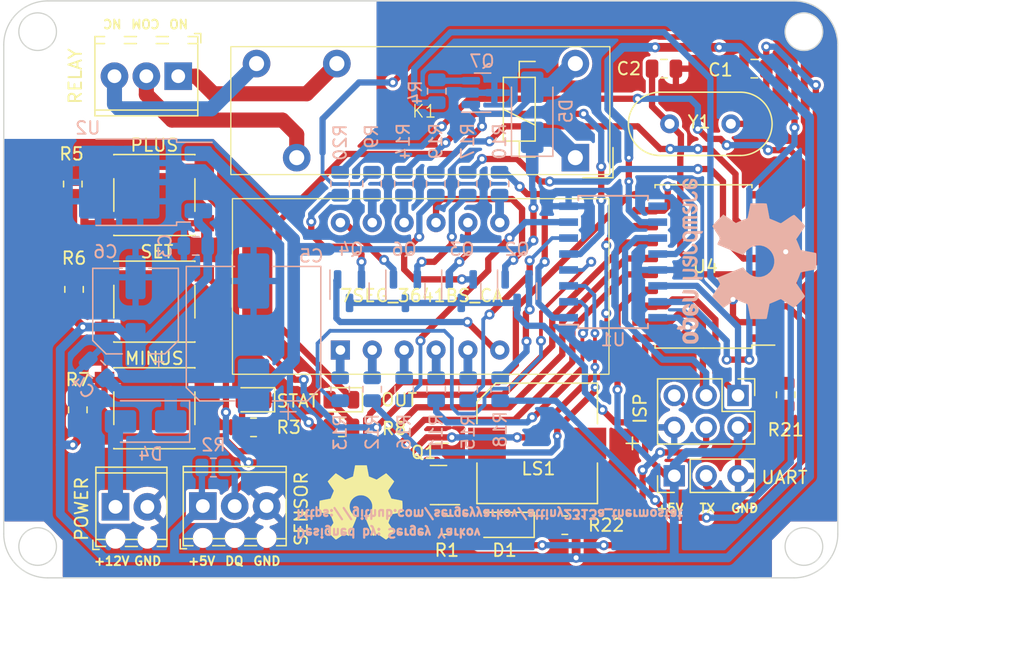
<source format=kicad_pcb>
(kicad_pcb (version 20221018) (generator pcbnew)
  (layers (0 "F.Cu" signal) (31 "B.Cu" signal) (34 "B.Paste" user) (35 "F.Paste" user) (36 "B.SilkS" user "B.Silkscreen") (37 "F.SilkS" user "F.Silkscreen") (38 "B.Mask" user) (39 "F.Mask" user) (44 "Edge.Cuts" user))
  (net 0 "")
  (net 1 "GND")
  (net 2 "/XTAL2")
  (net 3 "/XTAL1")
  (net 4 "+5V")
  (net 5 "+12V")
  (net 6 "Net-(D1-A)")
  (net 7 "Net-(D2-e)")
  (net 8 "Net-(D2-d)")
  (net 9 "Net-(D2-DPX)")
  (net 10 "Net-(D2-c)")
  (net 11 "Net-(D2-g)")
  (net 12 "/CA4")
  (net 13 "Net-(D2-b)")
  (net 14 "/CA3")
  (net 15 "/CA2")
  (net 16 "Net-(D2-f)")
  (net 17 "Net-(D2-a)")
  (net 18 "/CA1")
  (net 19 "Net-(D3-A)")
  (net 20 "Net-(D4-A)")
  (net 21 "Net-(D5-A)")
  (net 22 "Net-(D6-A)")
  (net 23 "/DQ")
  (net 24 "/NO")
  (net 25 "/COM")
  (net 26 "/NC")
  (net 27 "/UART_TX")
  (net 28 "/595_DATA")
  (net 29 "/595_CLK")
  (net 30 "/BUZZER")
  (net 31 "/RST")
  (net 32 "Net-(Q1-B)")
  (net 33 "Net-(Q2-B)")
  (net 34 "Net-(Q3-B)")
  (net 35 "Net-(Q4-B)")
  (net 36 "Net-(Q6-B)")
  (net 37 "Net-(Q7-B)")
  (net 38 "Net-(U4-PD6)")
  (net 39 "/RELAY")
  (net 40 "/SW_PLUS")
  (net 41 "/SW_SET")
  (net 42 "/SW_MINUS")
  (net 43 "Net-(U1-QA)")
  (net 44 "Net-(U1-QB)")
  (net 45 "Net-(U1-QC)")
  (net 46 "Net-(U1-QD)")
  (net 47 "Net-(U1-QE)")
  (net 48 "Net-(U1-QF)")
  (net 49 "Net-(U1-QG)")
  (net 50 "Net-(U1-QH)")
  (net 51 "/DIGIT1")
  (net 52 "/DIGIT2")
  (net 53 "/DIGIT3")
  (net 54 "/DIGIT4")
  (net 56 "/595_LATCH")
  (net 57 "Net-(D1-K)")
  (footprint "Resistor_SMD:R_0805_2012Metric" (layer "F.Cu") (at 161 121.8 180)
    (fp_text reference "R22")
    (fp_text value "100R")
  )
  (footprint "Connector_PinHeader_2.54mm:PinHeader_2x03_P2.54mm_Vertical" (layer "F.Cu") (at 174.8 111.46 -90)
    (fp_text reference "J5" hide)
    (fp_text value "AVR-ISP-6" hide)
  )
  (footprint "footprints:XDCR_KTG0912CL" (layer "F.Cu") (at 158.8 115.275 180)
    (fp_text reference "LS1")
    (fp_text value "KTG0912CL")
  )
  (footprint "footprints:7SEG_3641BS" (layer "F.Cu") (at 143.12 107.835)
    (fp_text reference "D2" hide)
    (fp_text value "7SEG_3641BS_CA")
  )
  (footprint "Capacitor_SMD:C_0805_2012Metric" (layer "F.Cu") (at 168.9 85.4 180)
    (fp_text reference "C2")
    (fp_text value "22pF")
  )
  (footprint "Resistor_SMD:R_0805_2012Metric" (layer "F.Cu") (at 178.6 111.4 90)
    (fp_text reference "R21")
    (fp_text value "10K")
  )
  (footprint "Resistor_SMD:R_0805_2012Metric" (layer "F.Cu") (at 151.6 121.8 180)
    (fp_text reference "R1")
    (fp_text value "1K")
  )
  (footprint "Button_Switch_SMD:SW_Push_1P1T_NO_6x6mm_H9.5mm" (layer "F.Cu") (at 128.3 112.475)
    (fp_text reference "SW3" hide)
    (fp_text value "MINUS")
  )
  (footprint "Button_Switch_SMD:SW_Push_1P1T_NO_6x6mm_H9.5mm" (layer "F.Cu") (at 128.3 103.975 180)
    (fp_text reference "SW2" hide)
    (fp_text value "SET")
  )
  (footprint "LED_SMD:LED_0805_2012Metric" (layer "F.Cu") (at 136.2 111.8 180)
    (fp_text reference "D3" hide)
    (fp_text value "STAT")
  )
  (footprint "Resistor_SMD:R_0805_2012Metric" (layer "F.Cu") (at 143.2 114 180)
    (fp_text reference "R8")
    (fp_text value "510R")
  )
  (footprint "footprints:RELAY_FINDER-43.41" (layer "F.Cu") (at 161.84 92.495 180)
    (fp_text reference "K1")
    (fp_text value "FINDER-43.41")
  )
  (footprint "LED_SMD:LED_0805_2012Metric" (layer "F.Cu") (at 143.2 111.8 180)
    (fp_text reference "D6" hide)
    (fp_text value "OUT")
  )
  (footprint "Button_Switch_SMD:SW_Push_1P1T_NO_6x6mm_H9.5mm" (layer "F.Cu") (at 128.3 95.475 180)
    (fp_text reference "SW1" hide)
    (fp_text value "PLUS")
  )
  (footprint "Package_SO:SOIC-20W_7.5x12.8mm_P1.27mm" (layer "F.Cu") (at 172.05 101.17 180)
    (fp_text reference "U4")
    (fp_text value "ATtiny2313A-S")
  )
  (footprint "Symbol:OSHW-Symbol_6.7x6mm_SilkScreen" (layer "F.Cu") (at 144.75 120)
    (fp_text reference "REF**" hide)
    (fp_text value "OSHW-Symbol_6.7x6mm_SilkScreen" hide)
  )
  (footprint "Resistor_SMD:R_0805_2012Metric" (layer "F.Cu") (at 121.8 94.6 -90)
    (fp_text reference "R5")
    (fp_text value "10K")
  )
  (footprint "Capacitor_SMD:C_0805_2012Metric" (layer "F.Cu") (at 176.1 85.4)
    (fp_text reference "C1")
    (fp_text value "22pF")
  )
  (footprint "Resistor_SMD:R_0805_2012Metric" (layer "F.Cu") (at 136.2 114 180)
    (fp_text reference "R3")
    (fp_text value "510R")
  )
  (footprint "TerminalBlock_Phoenix:TerminalBlock_Phoenix_MPT-0,5-2-2.54_1x02_P2.54mm_Horizontal" (layer "F.Cu") (at 125.2 120.335)
    (fp_text reference "J1" hide)
    (fp_text value "POWER")
  )
  (footprint "TerminalBlock_Phoenix:TerminalBlock_Phoenix_MPT-0,5-3-2.54_1x03_P2.54mm_Horizontal" (layer "F.Cu") (at 132.16 120.275)
    (fp_text reference "J2" hide)
    (fp_text value "SENSOR")
  )
  (footprint "Resistor_SMD:R_0805_2012Metric" (layer "F.Cu") (at 121.9 103 -90)
    (fp_text reference "R6")
    (fp_text value "10K")
  )
  (footprint "Resistor_SMD:R_0805_2012Metric" (layer "F.Cu") (at 122.2 112.6 -90)
    (fp_text reference "R7")
    (fp_text value "10K")
  )
  (footprint "Connector_PinHeader_2.54mm:PinHeader_1x03_P2.54mm_Vertical" (layer "F.Cu") (at 169.72 117.86 90)
    (fp_text reference "J4" hide)
    (fp_text value "UART")
  )
  (footprint "Crystal:Crystal_HC49-4H_Vertical" (layer "F.Cu") (at 169.35 89.8)
    (fp_text reference "Y1")
    (fp_text value "8MHz")
  )
  (footprint "Diode_SMD:D_SOD-123" (layer "F.Cu") (at 156.2 121.775 180)
    (fp_text reference "D1")
    (fp_text value "1N4448W")
  )
  (footprint "TerminalBlock_Phoenix:TerminalBlock_Phoenix_MPT-0,5-3-2.54_1x03_P2.54mm_Horizontal" (layer "F.Cu") (at 130.2 86 180)
    (fp_text reference "J3" hide)
    (fp_text value "RELAY")
  )
  (footprint "Package_TO_SOT_SMD:SOT-23" (layer "F.Cu") (at 150.9375 118.6 180)
    (fp_text reference "Q1")
    (fp_text value "Q_NPN_CBE")
  )
  (footprint "Diode_SMD:D_SMA" (layer "B.Cu") (at 127.6 113.53 180)
    (fp_text reference "D4")
    (fp_text value "D_Schottky")
  )
  (footprint "Package_TO_SOT_SMD:SOT-23" (layer "B.Cu") (at 152.75 103.1375 -90)
    (fp_text reference "Q3")
    (fp_text value "Q_PNP_CBE")
  )
  (footprint "Resistor_SMD:R_0805_2012Metric" (layer "B.Cu") (at 155.85 110.9625 90)
    (fp_text reference "R18")
    (fp_text value "1K")
  )
  (footprint "Resistor_SMD:R_0805_2012Metric" (layer "B.Cu") (at 150.75 110.9625 90)
    (fp_text reference "R11")
    (fp_text value "330R")
  )
  (footprint "Package_TO_SOT_SMD:SOT-23" (layer "B.Cu") (at 154.45 87.3125)
    (fp_text reference "Q7")
    (fp_text value "Q_NPN_CBE")
  )
  (footprint "Resistor_SMD:R_0805_2012Metric" (layer "B.Cu") (at 155.8 94.575 -90)
    (fp_text reference "R10")
    (fp_text value "330R")
  )
  (footprint "Resistor_SMD:R_0805_2012Metric" (layer "B.Cu") (at 153.3 110.9625 90)
    (fp_text reference "R15")
    (fp_text value "330R")
  )
  (footprint "Resistor_SMD:R_0805_2012Metric" (layer "B.Cu") (at 153.26 94.575 -90)
    (fp_text reference "R17")
    (fp_text value "1K")
  )
  (footprint "Resistor_SMD:R_0805_2012Metric" (layer "B.Cu") (at 148.18 94.575 -90)
    (fp_text reference "R14")
    (fp_text value "330R")
  )
  (footprint "Resistor_SMD:R_0805_2012Metric" (layer "B.Cu") (at 145.64 94.575 -90)
    (fp_text reference "R9")
    (fp_text value "330R")
  )
  (footprint "Package_TO_SOT_SMD:SOT-23" (layer "B.Cu") (at 148.3 103.1375 -90)
    (fp_text reference "Q6")
    (fp_text value "Q_PNP_CBE")
  )
  (footprint "Symbol:OSHW-Logo2_14.6x12mm_SilkScreen" (layer "B.Cu") (at 175.5 100.75 90)
    (fp_text reference "REF**" hide)
    (fp_text value "OSHW-Logo2_14.6x12mm_SilkScreen" hide)
  )
  (footprint "Capacitor_SMD:C_0805_2012Metric" (layer "B.Cu") (at 131.6 99.53)
    (fp_text reference "C3")
    (fp_text value "330nF")
  )
  (footprint "Resistor_SMD:R_0805_2012Metric" (layer "B.Cu") (at 150.8 87.2 90)
    (fp_text reference "R4")
    (fp_text value "10K")
  )
  (footprint "Package_TO_SOT_SMD:SOT-23" (layer "B.Cu") (at 157.2 103.1375 -90)
    (fp_text reference "Q2")
    (fp_text value "Q_PNP_CBE")
  )
  (footprint "Resistor_SMD:R_0805_2012Metric" (layer "B.Cu") (at 143.1 110.9625 90)
    (fp_text reference "R13")
    (fp_text value "330R")
  )
  (footprint "Package_TO_SOT_SMD:TO-252-2" (layer "B.Cu") (at 126.76 94.45 180)
    (fp_text reference "U2")
    (fp_text value "LM78M05_TO252")
  )
  (footprint "Package_SO:SOIC-16W_5.3x10.2mm_P1.27mm" (layer "B.Cu") (at 164.85 100.8125)
    (fp_text reference "U1")
    (fp_text value "74HC595")
  )
  (footprint "Resistor_SMD:R_0805_2012Metric" (layer "B.Cu") (at 145.65 110.9625 90)
    (fp_text reference "R12")
    (fp_text value "330R")
  )
  (footprint "Diode_SMD:D_SMA" (layer "B.Cu") (at 158.4 88.875 90)
    (fp_text reference "D5")
    (fp_text value "D")
  )
  (footprint "Capacitor_SMD:CP_Elec_10x10.5" (layer "B.Cu") (at 136.2 106.53 90)
    (fp_text reference "C5")
    (fp_text value "1000uF")
  )
  (footprint "Capacitor_SMD:C_0805_2012Metric" (layer "B.Cu") (at 123.7 109.375 135)
    (fp_text reference "C4")
    (fp_text value "330nF")
  )
  (footprint "Resistor_SMD:R_0805_2012Metric" (layer "B.Cu") (at 150.72 94.575 -90)
    (fp_text reference "R19")
    (fp_text value "1K")
  )
  (footprint "Package_TO_SOT_SMD:SOT-23" (layer "B.Cu") (at 143.85 103.1375 -90)
    (fp_text reference "Q4")
    (fp_text value "Q_PNP_CBE")
  )
  (footprint "Resistor_SMD:R_0805_2012Metric" (layer "B.Cu") (at 143.1 94.575 -90)
    (fp_text reference "R20")
    (fp_text value "1K")
  )
  (footprint "Resistor_SMD:R_0805_2012Metric" (layer "B.Cu") (at 148.2 110.9625 90)
    (fp_text reference "R16")
    (fp_text value "330R")
  )
  (footprint "Capacitor_SMD:CP_Elec_6.3x7.7" (layer "B.Cu") (at 126.8 104.73 90)
    (fp_text reference "C6")
    (fp_text value "220uF")
  )
  (footprint "Resistor_SMD:R_0805_2012Metric" (layer "B.Cu") (at 133 117.2 180)
    (fp_text reference "R2")
    (fp_text value "4.7K")
  )
  (gr_line (start 182.75 83.5) (end 182.75 122.5) (stroke (width 0.1)) (layer "Edge.Cuts"))
  (gr_arc (start 182.75 122.5) (mid 181.724874 124.974874) (end 179.25 126) (stroke (width 0.1)) (layer "Edge.Cuts"))
  (gr_line (start 116.3 122.5) (end 116.3 83.5) (stroke (width 0.1)) (layer "Edge.Cuts"))
  (gr_circle (center 180.05 123.5) (end 181.55 123.5) (stroke (width 0.1)) (fill none) (layer "Edge.Cuts"))
  (gr_arc (start 119.8 126) (mid 117.325126 124.974874) (end 116.3 122.5) (stroke (width 0.1)) (layer "Edge.Cuts"))
  (gr_circle (center 180.05 82.45) (end 181.55 82.45) (stroke (width 0.1)) (fill none) (layer "Edge.Cuts"))
  (gr_line (start 179.25 126) (end 119.8 126) (stroke (width 0.1)) (layer "Edge.Cuts"))
  (gr_circle (center 119 123.5) (end 120.5 123.5) (stroke (width 0.1)) (fill none) (layer "Edge.Cuts"))
  (gr_arc (start 179.25 80) (mid 181.724874 81.025126) (end 182.75 83.5) (stroke (width 0.1)) (layer "Edge.Cuts"))
  (gr_arc (start 116.3 83.5) (mid 117.325126 81.025126) (end 119.8 80) (stroke (width 0.1)) (layer "Edge.Cuts"))
  (gr_line (start 119.8 80) (end 179.25 80) (stroke (width 0.1)) (layer "Edge.Cuts"))
  (gr_circle (center 119 82.45) (end 120.5 82.45) (stroke (width 0.1)) (fill none) (layer "Edge.Cuts"))
  (gr_text "https://github.com/sergeyyarkov/attiny2313a_thermostat" (at 139.5 120.5 180) (layer "B.SilkS") (effects (font (size 0.7 0.7) (thickness 0.175) bold) (justify left bottom mirror)))
  (gr_text "Designed by: Sergey Yarkov" (at 139.5 122 180) (layer "B.SilkS") (effects (font (size 0.7 0.7) (thickness 0.175) bold) (justify left bottom mirror)))
  (gr_text "DQ" (at 133.85 125.075) (layer "F.SilkS") (effects (font (size 0.7 0.7)) (justify left bottom)))
  (gr_text "GND" (at 136.1 125.075) (layer "F.SilkS") (effects (font (size 0.7 0.7)) (justify left bottom)))
  (gr_text "TX" (at 171.651667 120.86) (layer "F.SilkS") (effects (font (size 0.7 0.7)) (justify left bottom)))
  (gr_text "+5V" (at 130.9 125.075) (layer "F.SilkS") (effects (font (size 0.7 0.7)) (justify left bottom)))
  (gr_text "NO" (at 131.066667 81.4 180) (layer "F.SilkS") (effects (font (size 0.7 0.7)) (justify left bottom)))
  (gr_text "+5V" (at 168.21 120.86) (layer "F.SilkS") (effects (font (size 0.7 0.7)) (justify left bottom)))
  (gr_text "COM" (at 128.8 81.4 180) (layer "F.SilkS") (effects (font (size 0.7 0.7)) (justify left bottom)))
  (gr_text "+12V" (at 123.4 125.075) (layer "F.SilkS") (effects (font (size 0.7 0.7)) (justify left bottom)))
  (gr_text "NC" (at 125.766667 81.4 180) (layer "F.SilkS") (effects (font (size 0.7 0.7)) (justify left bottom)))
  (gr_text "GND" (at 126.6 125.075) (layer "F.SilkS") (effects (font (size 0.7 0.7)) (justify left bottom)))
  (gr_text "ISP" (at 167 112.5 90) (layer "F.SilkS") (effects (font (size 1 1))))
  (gr_text "GND" (at 174.16 120.86) (layer "F.SilkS") (effects (font (size 0.7 0.7)) (justify left bottom)))
  (segment (start 177.05 88.35) (end 177.05 85.4) (width 0.5) (layer "F.Cu") (net 2))
  (segment (start 177.05 83.65) (end 177.05 85.4) (width 0.5) (layer "F.Cu") (net 2))
  (segment (start 176.7 103.075) (end 178.725 103.075) (width 0.5) (layer "F.Cu") (net 2))
  (segment (start 175.6 89.8) (end 177.05 88.35) (width 0.5) (layer "F.Cu") (net 2))
  (segment (start 174.23 89.8) (end 175.6 89.8) (width 0.5) (layer "F.Cu") (net 2))
  (segment (start 181 100.8) (end 181 86.7) (width 0.5) (layer "F.Cu") (net 2))
  (segment (start 178.725 103.075) (end 181 100.8) (width 0.5) (layer "F.Cu") (net 2))
  (via (at 177.05 83.65) (size 0.8) (drill 0.4) (layers "F.Cu" "B.Cu") (net 2))
  (via (at 181 86.7) (size 0.8) (drill 0.4) (layers "F.Cu" "B.Cu") (net 2))
  (segment (start 177.05 83.65) (end 177.75 83.65) (width 0.5) (layer "B.Cu") (net 2))
  (segment (start 180.8 86.7) (end 181 86.7) (width 0.5) (layer "B.Cu") (net 2))
  (segment (start 177.75 83.65) (end 180.8 86.7) (width 0.5) (layer "B.Cu") (net 2))
  (segment (start 167.95 85.4) (end 167.95 88.4) (width 0.5) (layer "F.Cu") (net 3))
  (segment (start 170.2 100) (end 170.2 92.202082) (width 0.5) (layer "F.Cu") (net 3))
  (segment (start 170.2 92.202082) (end 170.25 92.152082) (width 0.5) (layer "F.Cu") (net 3))
  (segment (start 172 101.8) (end 170.2 100) (width 0.5) (layer "F.Cu") (net 3))
  (segment (start 170.25 92.152082) (end 170.25 90.7) (width 0.5) (layer "F.Cu") (net 3))
  (segment (start 170.25 90.7) (end 169.35 89.8) (width 0.5) (layer "F.Cu") (net 3))
  (segment (start 176.091472 101.8) (end 172 101.8) (width 0.5) (layer "F.Cu") (net 3))
  (segment (start 167.95 88.4) (end 169.35 89.8) (width 0.5) (layer "F.Cu") (net 3))
  (segment (start 178.6 113.6) (end 178.6 112.3125) (width 0.7) (layer "F.Cu") (net 4))
  (segment (start 164 112.6) (end 165 113.6) (width 0.5) (layer "F.Cu") (net 4))
  (segment (start 167.4 116.201041) (end 169.058959 117.86) (width 0.5) (layer "F.Cu") (net 4))
  (segment (start 166.1 94.4) (end 166.1 92.5) (width 0.5) (layer "F.Cu") (net 4))
  (segment (start 170.8 106) (end 170.8 106.2) (width 0.5) (layer "F.Cu") (net 4))
  (segment (start 121.8 98) (end 121.8 95.5125) (width 0.7) (layer "F.Cu") (net 4))
  (segment (start 161.9 124.4) (end 161.9 121.8125) (width 0.7) (layer "F.Cu") (net 4))
  (segment (start 170.8 106.2) (end 170.115 106.885) (width 0.5) (layer "F.Cu") (net 4))
  (segment (start 170.115 106.885) (end 167.4 106.885) (width 0.5) (layer "F.Cu") (net 4))
  (segment (start 168.2 83.7) (end 173.3 83.7) (width 0.7) (layer "F.Cu") (net 4))
  (segment (start 178.2 114) (end 178.6 113.6) (width 0.7) (layer "F.Cu") (net 4))
  (segment (start 120.3125 103.9125) (end 119.7 103.3) (width 0.7) (layer "F.Cu") (net 4))
  (segment (start 119.7 100.1) (end 121.8 98) (width 0.7) (layer "F.Cu") (net 4))
  (segment (start 121.9 103.9125) (end 120.3125 103.9125) (width 0.7) (layer "F.Cu") (net 4))
  (segment (start 119.7 103.3) (end 119.7 100.1) (width 0.7) (layer "F.Cu") (net 4))
  (segment (start 169.058959 117.86) (end 169.72 117.86) (width 0.5) (layer "F.Cu") (net 4))
  (segment (start 121.9 103.9125) (end 121.9 105.3) (width 0.7) (layer "F.Cu") (net 4))
  (segment (start 122.2 113.5125) (end 122.2 115) (width 0.7) (layer "F.Cu") (net 4))
  (segment (start 165 113.6) (end 167.4 113.6) (width 0.5) (layer "F.Cu") (net 4))
  (segment (start 174.8 114) (end 178.2 114) (width 0.7) (layer "F.Cu") (net 4))
  (segment (start 167.4 106.885) (end 167.4 113.6) (width 0.5) (layer "F.Cu") (net 4))
  (segment (start 167.4 113.6) (end 167.4 116.201041) (width 0.5) (layer "F.Cu") (net 4))
  (segment (start 121.9 105.3) (end 122.6 106) (width 0.7) (layer "F.Cu") (net 4))
  (segment (start 122.2 115) (end 121.8 115.4) (width 0.7) (layer "F.Cu") (net 4))
  (via (at 166.1 94.4) (size 0.7) (drill 0.3) (layers "F.Cu" "B.Cu") (net 4))
  (via (at 168.2 83.7) (size 0.8) (drill 0.4) (layers "F.Cu" "B.Cu") (net 4))
  (via (at 121.8 115.4) (size 0.8) (drill 0.4) (layers "F.Cu" "B.Cu") (net 4))
  (via (at 173.3 83.7) (size 0.8) (drill 0.4) (layers "F.Cu" "B.Cu") (net 4))
  (via (at 161.9 124.4) (size 0.8) (drill 0.4) (layers "F.Cu" "B.Cu") (net 4))
  (via (at 166.1 92.5) (size 0.7) (drill 0.3) (layers "F.Cu" "B.Cu") (net 4))
  (via (at 122.6 106) (size 0.8) (drill 0.4) (layers "F.Cu" "B.Cu") (net 4))
  (via (at 164 112.6) (size 0.8) (drill 0.4) (layers "F.Cu" "B.Cu") (net 4))
  (via (at 170.8 106) (size 0.8) (drill 0.4) (layers "F.Cu" "B.Cu") (net 4))
  (segment (start 157.2 105.1) (end 157.2 104.075) (width 0.5) (layer "B.Cu") (net 4))
  (segment (start 168.3125 105.2575) (end 170.0575 105.2575) (width 0.5) (layer "B.Cu") (net 4))
  (segment (start 132.075 120.275) (end 129.9 122.45) (width 0.7) (layer "B.Cu") (net 4))
  (segment (start 152.75 104.075) (end 157.2 104.075) (width 0.5) (layer "B.Cu") (net 4))
  (segment (start 167.0375 97.6375) (end 166.1 96.7) (width 0.5) (layer "B.Cu") (net 4))
  (segment (start 120.8 115.4) (end 120.8 120.9) (width 0.7) (layer "B.Cu") (net 4))
  (segment (start 132.55 102.05) (end 132.55 99.53) (width 0.7) (layer "B.Cu") (net 4))
  (segment (start 164.5 84.8) (end 164.5 88.6) (width 0.7) (layer "B.Cu") (net 4))
  (segment (start 125.37 106) (end 122.6 106) (width 0.7) (layer "B.Cu") (net 4))
  (segment (start 162.6 109.2) (end 159.3 105.9) (width 0.5) (layer "B.Cu") (net 4))
  (segment (start 143.85 104.075) (end 148.3 104.075) (width 0.5) (layer "B.Cu") (net 4))
  (segment (start 169.72 117.86) (end 169.72 116.98) (width 0.7) (layer "B.Cu") (net 4))
  (segment (start 121.8 115.4) (end 120.8 115.4) (width 0.7) (layer "B.Cu") (net 4))
  (segment (start 169.72 124.4) (end 168.4 124.4) (width 0.7) (layer "B.Cu") (net 4))
  (segment (start 132.55 98.45) (end 131.8 97.7) (width 0.7) (layer "B.Cu") (net 4))
  (segment (start 168.2 83.7) (end 165.6 83.7) (width 0.7) (layer "B.Cu") (net 4))
  (segment (start 120.8 120.9) (end 124.3 124.4) (width 0.7) (layer "B.Cu") (net 4))
  (segment (start 161.9 124.4) (end 129.9 124.4) (width 0.7) (layer "B.Cu") (net 4))
  (segment (start 165.6 83.7) (end 164.5 84.8) (width 0.7) (layer "B.Cu") (net 4))
  (segment (start 124.3 124.4) (end 129.9 124.4) (width 0.7) (layer "B.Cu") (net 4))
  (segment (start 132.16 120.275) (end 132.075 120.275) (width 0.7) (layer "B.Cu") (net 4))
  (segment (start 148.3 104.075) (end 152.75 104.075) (width 0.5) (layer "B.Cu") (net 4))
  (segment (start 132.55 99.53) (end 132.55 98.45) (width 0.7) (layer "B.Cu") (net 4))
  (segment (start 122.6 106) (end 120.8 107.8) (width 0.7) (layer "B.Cu") (net 4))
  (segment (start 174.9 83.7) (end 180.5 89.3) (width 0.7) (layer "B.Cu") (net 4))
  (segment (start 168.3125 97.6375) (end 167.0375 97.6375) (width 0.5) (layer "B.Cu") (net 4))
  (segment (start 120.8 107.8) (end 120.8 115.4) (width 0.7) (layer "B.Cu") (net 4))
  (segment (start 180.5 89.3) (end 180.5 117.9) (width 0.7) (layer "B.Cu") (net 4))
  (segment (start 127.17 107.43) (end 132.55 102.05) (width 0.7) (layer "B.Cu") (net 4))
  (segment (start 166.1 90.2) (end 166.1 92.5) (width 0.7) (layer "B.Cu") (net 4))
  (segment (start 132.0875 117.2) (end 132.0875 120.2025) (width 0.5) (layer "B.Cu") (net 4))
  (segment (start 180.5 117.9) (end 174 124.4) (width 0.7) (layer "B.Cu") (net 4))
  (segment (start 131.8 97.7) (end 131.8 96.73) (width 0.7) (layer "B.Cu") (net 4))
  (segment (start 169.72 117.86) (end 169.72 124.4) (width 0.7) (layer "B.Cu") (net 4))
  (segment (start 169.72 116.98) (end 170.7 116) (width 0.7) (layer "B.Cu") (net 4))
  (segment (start 173.3 83.7) (end 174.9 83.7) (width 0.7) (layer "B.Cu") (net 4))
  (segment (start 158 105.9) (end 157.2 105.1) (width 0.5) (layer "B.Cu") (net 4))
  (segment (start 162.6 111.2) (end 162.6 109.2) (width 0.5) (layer "B.Cu") (net 4))
  (segment (start 174.8 115.5) (end 174.8 114) (width 0.7) (layer "B.Cu") (net 4))
  (segment (start 170.7 116) (end 174.3 116) (width 0.7) (layer "B.Cu") (net 4))
  (segment (start 159.3 105.9) (end 158 105.9) (width 0.5) (layer "B.Cu") (net 4))
  (segment (start 174 124.4) (end 168.4 124.4) (width 0.7) (layer "B.Cu") (net 4))
  (segment (start 164.5 88.6) (end 166.1 90.2) (width 0.7) (layer "B.Cu") (net 4))
  (segment (start 168.4 124.4) (end 161.9 124.4) (width 0.7) (layer "B.Cu") (net 4))
  (segment (start 129.9 122.45) (end 129.9 124.4) (width 0.7) (layer "B.Cu") (net 4))
  (segment (start 170.0575 105.2575) (end 170.8 106) (width 0.5) (layer "B.Cu") (net 4))
  (segment (start 164 112.6) (end 162.6 111.2) (width 0.5) (layer "B.Cu") (net 4))
  (segment (start 174.3 116) (end 174.8 115.5) (width 0.7) (layer "B.Cu") (net 4))
  (segment (start 166.1 96.7) (end 166.1 94.4) (width 0.5) (layer "B.Cu") (net 4))
  (segment (start 126.8 107.43) (end 125.37 106) (width 0.7) (layer "B.Cu") (net 4))
  (segment (start 141 114) (end 140.6 113.6) (width 0.5) (layer "F.Cu") (net 5))
  (segment (start 142.2875 114) (end 141 114) (width 0.5) (layer "F.Cu") (net 5))
  (segment (start 158.5 99.1) (end 158.5 96.5) (width 0.5) (layer "F.Cu") (net 5))
  (via (at 158.5 99.1) (size 0.8) (drill 0.4) (layers "F.Cu" "B.Cu") (net 5))
  (via (at 158.5 96.5) (size 0.8) (drill 0.4) (layers "F.Cu" "B.Cu") (net 5))
  (via (at 140.6 113.6) (size 0.8) (drill 0.4) (layers "F.Cu" "B.Cu") (net 5))
  (segment (start 158.5 95.1) (end 158.5 96.5) (width 0.5) (layer "B.Cu") (net 5))
  (segment (start 160.22 90.875) (end 161.84 92.495) (width 1.5) (layer "B.Cu") (net 5))
  (segment (start 158.4 93.6) (end 158.4 95) (width 0.5) (layer "B.Cu") (net 5))
  (segment (start 136.2 110.73) (end 137.27 110.73) (width 1) (layer "B.Cu") (net 5))
  (segment (start 125.525 111.2) (end 129.6 111.2) (width 1) (layer "B.Cu") (net 5))
  (segment (start 140.6 113.6) (end 139.1 112.1) (width 0.5) (layer "B.Cu") (net 5))
  (segment (start 139.4 99) (end 132.57 92.17) (width 1) (layer "B.Cu") (net 5))
  (segment (start 158.4 90.875) (end 160.22 90.875) (width 1.5) (layer "B.Cu") (net 5))
  (segment (start 139.1 112.1) (end 139.1 108.9) (width 0.5) (layer "B.Cu") (net 5))
  (segment (start 142.2 99.8) (end 157.8 99.8) (width 0.5) (layer "B.Cu") (net 5))
  (segment (start 139.4 99.8) (end 139.4 99) (width 1) (layer "B.Cu") (net 5))
  (segment (start 157.8 99.8) (end 158.5 99.1) (width 0.5) (layer "B.Cu") (net 5))
  (segment (start 137.27 110.73) (end 139.1 108.9) (width 1) (layer "B.Cu") (net 5))
  (segment (start 129.6 111.2) (end 135.73 111.2) (width 1) (layer "B.Cu") (net 5))
  (segment (start 142.2 99.8) (end 139.4 99.8) (width 1) (layer "B.Cu") (net 5))
  (segment (start 129.6 113.53) (end 129.6 111.2) (width 1) (layer "B.Cu") (net 5))
  (segment (start 132.57 92.17) (end 131.8 92.17) (width 1) (layer "B.Cu") (net 5))
  (segment (start 139.1 108.9) (end 139.4 108.6) (width 1) (layer "B.Cu") (net 5))
  (segment (start 139.4 108.6) (end 139.4 100.2) (width 1) (layer "B.Cu") (net 5))
  (segment (start 125.525 111.2) (end 124.371751 110.046751) (width 1) (layer "B.Cu") (net 5))
  (segment (start 158.4 95) (end 158.5 95.1) (width 0.5) (layer "B.Cu") (net 5))
  (segment (start 139.4 100.2) (end 139.4 99.8) (width 1) (layer "B.Cu") (net 5))
  (segment (start 158.4 90.875) (end 158.4 93.6) (width 1) (layer "B.Cu") (net 5))
  (segment (start 154.55 120.55) (end 154.1 120.1) (width 0.5) (layer "F.Cu") (net 6))
  (segment (start 154.1 120.1) (end 154.8 119.4) (width 0.5) (layer "F.Cu") (net 6))
  (segment (start 154.1 120.1) (end 153.6 119.6) (width 0.5) (layer "F.Cu") (net 6))
  (segment (start 154.8 119.4) (end 154.8 115.275) (width 0.5) (layer "F.Cu") (net 6))
  (segment (start 151.925 119.6) (end 151.875 119.55) (width 0.5) (layer "F.Cu") (net 6))
  (segment (start 154.55 121.775) (end 154.55 120.55) (width 0.5) (layer "F.Cu") (net 6))
  (segment (start 153.6 119.6) (end 151.925 119.6) (width 0.5) (layer "F.Cu") (net 6))
  (segment (start 143.1 110.05) (end 143.1 107.855) (width 0.7) (layer "B.Cu") (net 7))
  (segment (start 145.66 107.835) (end 145.66 110.04) (width 0.7) (layer "B.Cu") (net 8))
  (segment (start 148.2 110.05) (end 148.2 107.835) (width 0.7) (layer "B.Cu") (net 9))
  (segment (start 150.75 110.05) (end 150.75 107.845) (width 0.7) (layer "B.Cu") (net 10))
  (segment (start 153.28 107.835) (end 153.28 110.03) (width 0.7) (layer "B.Cu") (net 11))
  (segment (start 153.2425 105.6) (end 155.4775 107.835) (width 0.5) (layer "F.Cu") (net 12))
  (via (at 153.2425 105.6) (size 0.8) (drill 0.4) (layers "F.Cu" "B.Cu") (net 12))
  (segment (start 153.2425 105.6) (end 143.1 105.6) (width 0.5) (layer "B.Cu") (net 12))
  (segment (start 142.8 102.3) (end 142.9 102.2) (width 0.5) (layer "B.Cu") (net 12))
  (segment (start 142.8 105.3) (end 142.8 102.3) (width 0.5) (layer "B.Cu") (net 12))
  (segment (start 143.1 105.6) (end 142.8 105.3) (width 0.5) (layer "B.Cu") (net 12))
  (segment (start 155.8 95.4875) (end 155.8 97.655) (width 0.7) (layer "B.Cu") (net 13))
  (segment (start 153.28 97.675) (end 153.28 100.12) (width 0.5) (layer "F.Cu") (net 14))
  (segment (start 153.28 100.12) (end 152.6 100.8) (width 0.5) (layer "F.Cu") (net 14))
  (via (at 152.6 100.8) (size 0.8) (drill 0.4) (layers "F.Cu" "B.Cu") (net 14))
  (segment (start 151.8 101.6) (end 152.6 100.8) (width 0.5) (layer "B.Cu") (net 14))
  (segment (start 151.8 102.2) (end 151.8 101.6) (width 0.5) (layer "B.Cu") (net 14))
  (segment (start 157.593966 99.955534) (end 157.593966 96.593966) (width 0.5) (layer "F.Cu") (net 15))
  (segment (start 151.2 95.8) (end 150.74 96.26) (width 0.5) (layer "F.Cu") (net 15))
  (segment (start 150.74 96.26) (end 150.74 97.675) (width 0.5) (layer "F.Cu") (net 15))
  (segment (start 157.593966 96.593966) (end 156.8 95.8) (width 0.5) (layer "F.Cu") (net 15))
  (segment (start 156.9 100.6495) (end 157.593966 99.955534) (width 0.5) (layer "F.Cu") (net 15))
  (segment (start 156.8 95.8) (end 151.2 95.8) (width 0.5) (layer "F.Cu") (net 15))
  (via (at 156.9 100.6495) (size 0.8) (drill 0.4) (layers "F.Cu" "B.Cu") (net 15))
  (segment (start 156.25 101.15) (end 156.25 102.2) (width 0.5) (layer "B.Cu") (net 15))
  (segment (start 156.9 100.6495) (end 156.7505 100.6495) (width 0.5) (layer "B.Cu") (net 15))
  (segment (start 156.7505 100.6495) (end 156.25 101.15) (width 0.5) (layer "B.Cu") (net 15))
  (segment (start 148.18 95.4875) (end 148.18 97.655) (width 0.7) (layer "B.Cu") (net 16))
  (segment (start 145.66 97.675) (end 145.66 95.5075) (width 0.7) (layer "B.Cu") (net 17))
  (segment (start 146.6 100.6495) (end 146.4495 100.6495) (width 0.5) (layer "F.Cu") (net 18))
  (segment (start 146.4495 100.6495) (end 143.475 97.675) (width 0.5) (layer "F.Cu") (net 18))
  (via (at 146.6 100.6495) (size 0.8) (drill 0.4) (layers "F.Cu" "B.Cu") (net 18))
  (segment (start 147.35 101.3995) (end 146.6 100.6495) (width 0.5) (layer "B.Cu") (net 18))
  (segment (start 147.35 102.2) (end 147.35 101.3995) (width 0.5) (layer "B.Cu") (net 18))
  (segment (start 135.2875 114) (end 135.2875 111.825) (width 0.5) (layer "F.Cu") (net 19))
  (segment (start 125.2 113.93) (end 125.2 120.335) (width 1.2) (layer "B.Cu") (net 20))
  (segment (start 125.6 113.53) (end 125.2 113.93) (width 1.2) (layer "B.Cu") (net 20))
  (segment (start 143.6 92.2) (end 152.2 92.2) (width 0.5) (layer "F.Cu") (net 21))
  (segment (start 152.2 92.2) (end 154.4 90) (width 0.5) (layer "F.Cu") (net 21))
  (segment (start 138.2 97.6) (end 143.6 92.2) (width 0.5) (layer "F.Cu") (net 21))
  (segment (start 138.2 105.8625) (end 138.2 97.6) (width 0.5) (layer "F.Cu") (net 21))
  (segment (start 144.1375 111.8) (end 138.2 105.8625) (width 0.5) (layer "F.Cu") (net 21))
  (via (at 154.4 90) (size 0.8) (drill 0.4) (layers "F.Cu" "B.Cu") (net 21))
  (segment (start 158.4 86.875) (end 159.96 86.875) (width 1.5) (layer "B.Cu") (net 21))
  (segment (start 154.4 90) (end 154.4 89) (width 0.5) (layer "B.Cu") (net 21))
  (segment (start 159.96 86.875) (end 161.84 84.995) (width 1.5) (layer "B.Cu") (net 21))
  (segment (start 154.4 89) (end 157 89) (width 0.5) (layer "B.Cu") (net 21))
  (segment (start 154.2 89) (end 154.4 89) (width 0.5) (layer "B.Cu") (net 21))
  (segment (start 153.5125 88.3125) (end 154.2 89) (width 0.5) (layer "B.Cu") (net 21))
  (segment (start 157 89) (end 158.4 87.6) (width 0.5) (layer "B.Cu") (net 21))
  (segment (start 144.1125 113.65) (end 142.2625 111.8) (width 0.5) (layer "F.Cu") (net 22))
  (segment (start 167.4 97.995) (end 165.405 97.995) (width 0.5) (layer "F.Cu") (net 23))
  (segment (start 157.2 114.8) (end 158.3 114.8) (width 0.5) (layer "F.Cu") (net 23))
  (segment (start 150 114.8) (end 152 114.8) (width 0.5) (layer "F.Cu") (net 23))
  (segment (start 164.3 108.1) (end 164.3 104.9) (width 0.3) (layer "F.Cu") (net 23))
  (segment (start 146.6 118.2) (end 150 114.8) (width 0.5) (layer "F.Cu") (net 23))
  (segment (start 164.3 99.1) (end 165.1 98.3) (width 0.3) (layer "F.Cu") (net 23))
  (segment (start 165.405 97.995) (end 165.1 98.3) (width 0.5) (layer "F.Cu") (net 23))
  (segment (start 163.1 110) (end 163.8 110) (width 0.5) (layer "F.Cu") (net 23))
  (segment (start 135.6 118.2) (end 146.6 118.2) (width 0.5) (layer "F.Cu") (net 23))
  (segment (start 158.3 114.8) (end 163.1 110) (width 0.5) (layer "F.Cu") (net 23))
  (segment (start 163.8 110) (end 164.3 109.5) (width 0.5) (layer "F.Cu") (net 23))
  (segment (start 164.3 109.5) (end 164.3 108.1) (width 0.5) (layer "F.Cu") (net 23))
  (segment (start 164.3 99.5) (end 164.3 99.1) (width 0.3) (layer "F.Cu") (net 23))
  (segment (start 134.7 119.1) (end 135.6 118.2) (width 0.5) (layer "F.Cu") (net 23))
  (segment (start 134.7 120.275) (end 134.7 119.1) (width 0.5) (layer "F.Cu") (net 23))
  (via (at 152 114.8) (size 0.8) (drill 0.4) (layers "F.Cu" "B.Cu") (net 23))
  (via (at 164.3 104.9) (size 0.8) (drill 0.4) (layers "F.Cu" "B.Cu") (net 23))
  (via (at 157.2 114.8) (size 0.8) (drill 0.4) (layers "F.Cu" "B.Cu") (net 23))
  (via (at 164.3 99.5) (size 0.8) (drill 0.4) (layers "F.Cu" "B.Cu") (net 23))
  (segment (start 134.2 117.2) (end 134.7 117.7) (width 0.5) (layer "B.Cu") (net 23))
  (segment (start 157.2 114.8) (end 152 114.8) (width 0.5) (layer "B.Cu") (net 23))
  (segment (start 133.9125 117.2) (end 134.2 117.2) (width 0.5) (layer "B.Cu") (net 23))
  (segment (start 164.3 104.9) (end 164.3 99.5) (width 0.3) (layer "B.Cu") (net 23))
  (segment (start 134.7 117.7) (end 134.7 120.275) (width 0.5) (layer "B.Cu") (net 23))
  (segment (start 130.2 86) (end 131.6 86) (width 1.2) (layer "F.Cu") (net 24))
  (segment (start 133 87.4) (end 140.435 87.4) (width 1.2) (layer "F.Cu") (net 24))
  (segment (start 131.6 86) (end 133 87.4) (width 1.2) (layer "F.Cu") (net 24))
  (segment (start 140.435 87.4) (end 142.84 84.995) (width 1.2) (layer "F.Cu") (net 24))
  (segment (start 139.64 92.495) (end 139.64 90.64) (width 1.2) (layer "F.Cu") (net 25))
  (segment (start 129.7 89.5) (end 127.66 87.46) (width 1.2) (layer "F.Cu") (net 25))
  (segment (start 138.5 89.5) (end 129.7 89.5) (width 1.2) (layer "F.Cu") (net 25))
  (segment (start 127.66 87.46) (end 127.66 86) (width 1.2) (layer "F.Cu") (net 25))
  (segment (start 139.64 90.64) (end 138.5 89.5) (width 1.2) (layer "F.Cu") (net 25))
  (segment (start 136.44 84.995) (end 132.835 88.6) (width 1.2) (layer "B.Cu") (net 26))
  (segment (start 125.12 88.22) (end 125.12 86) (width 1.2) (layer "B.Cu") (net 26))
  (segment (start 125.5 88.6) (end 125.12 88.22) (width 1.2) (layer "B.Cu") (net 26))
  (segment (start 132.835 88.6) (end 125.5 88.6) (width 1.2) (layer "B.Cu") (net 26))
  (segment (start 173.6 120) (end 172.26 118.66) (width 0.5) (layer "F.Cu") (net 27))
  (segment (start 180 105.6) (end 180 116.6) (width 0.5) (layer "F.Cu") (net 27))
  (segment (start 176.7 104.345) (end 178.745 104.345) (width 0.5) (layer "F.Cu") (net 27))
  (segment (start 172.26 118.66) (end 172.26 117.86) (width 0.5) (layer "F.Cu") (net 27))
  (segment (start 180 116.6) (end 176.6 120) (width 0.5) (layer "F.Cu") (net 27))
  (segment (start 176.6 120) (end 173.6 120) (width 0.5) (layer "F.Cu") (net 27))
  (segment (start 178.745 104.345) (end 180 105.6) (width 0.5) (layer "F.Cu") (net 27))
  (segment (start 173 109.66) (end 174.8 111.46) (width 0.5) (layer "F.Cu") (net 28))
  (segment (start 169.6 103.8) (end 171.38995 103.8) (width 0.5) (layer "F.Cu") (net 28))
  (segment (start 167.4 104.345) (end 169.055 104.345) (width 0.5) (layer "F.Cu") (net 28))
  (segment (start 171.38995 103.8) (end 173 105.41005) (width 0.5) (layer "F.Cu") (net 28))
  (segment (start 173 105.41005) (end 173 109.66) (width 0.5) (layer "F.Cu") (net 28))
  (segment (start 169.055 104.345) (end 169.6 103.8) (width 0.5) (layer "F.Cu") (net 28))
  (segment (start 174.8 106) (end 171.5175 102.7175) (width 0.5) (layer "B.Cu") (net 28))
  (segment (start 171.5175 102.7175) (end 168.3125 102.7175) (width 0.5) (layer "B.Cu") (net 28))
  (segment (start 174.8 111.46) (end 174.8 106) (width 0.5) (layer "B.Cu") (net 28))
  (segment (start 170 105) (end 171.2 105) (width 0.5) (layer "F.Cu") (net 29))
  (segment (start 171.2 105) (end 172 105.8) (width 0.5) (layer "F.Cu") (net 29))
  (segment (start 172 105.8) (end 172 111.2) (width 0.5) (layer "F.Cu") (net 29))
  (segment (start 169.385 105.615) (end 170 105) (width 0.5) (layer "F.Cu") (net 29))
  (segment (start 167.4 105.615) (end 169.385 105.615) (width 0.5) (layer "F.Cu") (net 29))
  (segment (start 168.8 108.6) (end 171.2 108.6) (width 0.5) (layer "B.Cu") (net 29))
  (segment (start 165.8 105.6) (end 168.8 108.6) (width 0.5) (layer "B.Cu") (net 29))
  (segment (start 171.2 108.6) (end 172.26 109.66) (width 0.5) (layer "B.Cu") (net 29))
  (segment (start 165.8 99.8) (end 165.8 105.6) (width 0.5) (layer "B.Cu") (net 29))
  (segment (start 166.6925 98.9075) (end 165.8 99.8) (width 0.5) (layer "B.Cu") (net 29))
  (segment (start 172.26 109.66) (end 172.26 111.46) (width 0.5) (layer "B.Cu") (net 29))
  (segment (start 168.3125 98.9075) (end 166.6925 98.9075) (width 0.5) (layer "B.Cu") (net 29))
  (segment (start 164.8 123.4) (end 167.2 121) (width 0.5) (layer "F.Cu") (net 30))
  (segment (start 167.2 121) (end 167.2 117.4) (width 0.5) (layer "F.Cu") (net 30))
  (segment (start 172.26 115.34) (end 171.6 116) (width 0.5) (layer "F.Cu") (net 30))
  (segment (start 159.2 123.4) (end 154.1125 123.4) (width 0.5) (layer "F.Cu") (net 30))
  (segment (start 164.1 123.4) (end 164.8 123.4) (width 0.5) (layer "F.Cu") (net 30))
  (segment (start 172.26 114) (end 172.26 115.34) (width 0.5) (layer "F.Cu") (net 30))
  (segment (start 171.6 116) (end 168.6 116) (width 0.5) (layer "F.Cu") (net 30))
  (segment (start 154.1125 123.4) (end 152.5125 121.8) (width 0.5) (layer "F.Cu") (net 30))
  (segment (start 165.2 104.671472) (end 166.796472 103.075) (width 0.5) (layer "F.Cu") (net 30))
  (segment (start 165.2 111) (end 165.2 104.671472) (width 0.5) (layer "F.Cu") (net 30))
  (via (at 168.6 116) (size 0.8) (drill 0.4) (layers "F.Cu" "B.Cu") (net 30))
  (via (at 159.2 123.4) (size 0.8) (drill 0.4) (layers "F.Cu" "B.Cu") (net 30))
  (via (at 165.2 111) (size 0.8) (drill 0.4) (layers "F.Cu" "B.Cu") (net 30))
  (via (at 167.2 117.4) (size 0.8) (drill 0.4) (layers "F.Cu" "B.Cu") (net 30))
  (via (at 164.1 123.4) (size 0.8) (drill 0.4) (layers "F.Cu" "B.Cu") (net 30))
  (segment (start 168.6 116) (end 167.9 116.7) (width 0.5) (layer "B.Cu") (net 30))
  (segment (start 167.9 116.7) (end 167.2 117.4) (width 0.5) (layer "B.Cu") (net 30))
  (segment (start 165.2 114) (end 167.9 116.7) (width 0.5) (layer "B.Cu") (net 30))
  (segment (start 165.2 111) (end 165.2 114) (width 0.5) (layer "B.Cu") (net 30))
  (segment (start 164.1 123.4) (end 159.2 123.4) (width 0.5) (layer "B.Cu") (net 30))
  (segment (start 171.01 112.75) (end 169.72 111.46) (width 0.3) (layer "F.Cu") (net 31))
  (segment (start 176.8 111.6) (end 176.8 112.05) (width 0.3) (layer "F.Cu") (net 31))
  (segment (start 176.8 111.2) (end 176.8 111.6) (width 0.5) (layer "F.Cu") (net 31))
  (segment (start 176.7 108.5875) (end 178.6 110.4875) (width 0.5) (layer "F.Cu") (net 31))
  (segment (start 176.1 112.75) (end 171.01 112.75) (width 0.3) (layer "F.Cu") (net 31))
  (segment (start 178.4875 110.6) (end 177.4 110.6) (width 0.5) (layer "F.Cu") (net 31))
  (segment (start 176.7 106.885) (end 176.7 108.5875) (width 0.5) (layer "F.Cu") (net 31))
  (segment (start 176.8 112.05) (end 176.1 112.75) (width 0.3) (layer "F.Cu") (net 31))
  (segment (start 177.4 110.6) (end 176.8 111.2) (width 0.5) (layer "F.Cu") (net 31))
  (segment (start 148.6 118) (end 148.6 120.4) (width 0.5) (layer "F.Cu") (net 32))
  (segment (start 150 121.8) (end 150.6875 121.8) (width 0.5) (layer "F.Cu") (net 32))
  (segment (start 150 116.6) (end 148.6 118) (width 0.5) (layer "F.Cu") (net 32))
  (segment (start 148.6 120.4) (end 150 121.8) (width 0.5) (layer "F.Cu") (net 32))
  (segment (start 151.875 117.65) (end 150.825 116.6) (width 0.5) (layer "F.Cu") (net 32))
  (segment (start 150.825 116.6) (end 150 116.6) (width 0.5) (layer "F.Cu") (net 32))
  (segment (start 157.9 107.1) (end 157.95 107.15) (width 0.5) (layer "F.Cu") (net 33))
  (segment (start 158.2 104.6) (end 157.9 104.9) (width 0.5) (layer "F.Cu") (net 33))
  (segment (start 157.9 104.9) (end 157.9 107.1) (width 0.5) (layer "F.Cu") (net 33))
  (via (at 158.2 104.6) (size 0.8) (drill 0.4) (layers "F.Cu" "B.Cu") (net 33))
  (via (at 157.95 107.15) (size 0.8) (drill 0.4) (layers "F.Cu" "B.Cu") (net 33))
  (segment (start 157.95 107.95) (end 155.85 110.05) (width 0.5) (layer "B.Cu") (net 33))
  (segment (start 158.2 104.6) (end 158.15 104.55) (width 0.5) (layer "B.Cu") (net 33))
  (segment (start 158.15 104.55) (end 158.15 102.2) (width 0.5) (layer "B.Cu") (net 33))
  (segment (start 157.95 107.15) (end 157.95 107.95) (width 0.5) (layer "B.Cu") (net 33))
  (segment (start 149.4 98.8) (end 148.2 100) (width 0.5) (layer "F.Cu") (net 34))
  (segment (start 149 102.2) (end 152.8 102.2) (width 0.5) (layer "F.Cu") (net 34))
  (segment (start 148.2 100) (end 148.2 101.4) (width 0.5) (layer "F.Cu") (net 34))
  (segment (start 148.2 101.4) (end 149 102.2) (width 0.5) (layer "F.Cu") (net 34))
  (via (at 152.8 102.2) (size 0.8) (drill 0.4) (layers "F.Cu" "B.Cu") (net 34))
  (via (at 149.4 98.8) (size 0.8) (drill 0.4) (layers "F.Cu" "B.Cu") (net 34))
  (segment (start 149.412 96.988) (end 149.412 98.788) (width 0.5) (layer "B.Cu") (net 34))
  (segment (start 152.8 102.2) (end 153.7 102.2) (width 0.5) (layer "B.Cu") (net 34))
  (segment (start 149.412 98.788) (end 149.4 98.8) (width 0.5) (layer "B.Cu") (net 34))
  (segment (start 150.72 95.68) (end 149.412 96.988) (width 0.5) (layer "B.Cu") (net 34))
  (segment (start 144.8 100.2) (end 144.8 100.8) (width 0.5) (layer "F.Cu") (net 35))
  (segment (start 141.8 99.6) (end 144.2 99.6) (width 0.5) (layer "F.Cu") (net 35))
  (segment (start 140.8 97.6) (end 140.8 98.6) (width 0.5) (layer "F.Cu") (net 35))
  (segment (start 144.2 99.6) (end 144.8 100.2) (width 0.5) (layer "F.Cu") (net 35))
  (segment (start 140.8 98.6) (end 141.8 99.6) (width 0.5) (layer "F.Cu") (net 35))
  (via (at 140.8 97.6) (size 0.8) (drill 0.4) (layers "F.Cu" "B.Cu") (net 35))
  (via (at 144.8 100.8) (size 0.8) (drill 0.4) (layers "F.Cu" "B.Cu") (net 35))
  (segment (start 142.3125 95.4875) (end 143.1 95.4875) (width 0.5) (layer "B.Cu") (net 35))
  (segment (start 140.8 97.6) (end 140.8 97) (width 0.5) (layer "B.Cu") (net 35))
  (segment (start 140.8 97) (end 142.3125 95.4875) (width 0.5) (layer "B.Cu") (net 35))
  (segment (start 144.8 102.2) (end 144.8 100.8) (width 0.5) (layer "B.Cu") (net 35))
  (segment (start 152 99.4) (end 150.6 100.8) (width 0.5) (layer "F.Cu") (net 36))
  (segment (start 150.6 100.8) (end 149.6 100.8) (width 0.5) (layer "F.Cu") (net 36))
  (segment (start 152 98.8) (end 152 99.4) (width 0.5) (layer "F.Cu") (net 36))
  (via (at 149.6 100.8) (size 0.8) (drill 0.4) (layers "F.Cu" "B.Cu") (net 36))
  (via (at 152 98.8) (size 0.8) (drill 0.4) (layers "F.Cu" "B.Cu") (net 36))
  (segment (start 152 96.7475) (end 152 98.8) (width 0.5) (layer "B.Cu") (net 36))
  (segment (start 149.25 102.2) (end 149.25 101.15) (width 0.5) (layer "B.Cu") (net 36))
  (segment (start 149.25 101.15) (end 149.6 100.8) (width 0.5) (layer "B.Cu") (net 36))
  (segment (start 153.26 95.4875) (end 152 96.7475) (width 0.5) (layer "B.Cu") (net 36))
  (segment (start 153.5125 86.3625) (end 150.875 86.3625) (width 0.5) (layer "B.Cu") (net 37))
  (segment (start 166.142918 95.455) (end 167.4 95.455) (width 0.5) (layer "F.Cu") (net 38))
  (segment (start 145.5 112.9) (end 148 110.4) (width 0.5) (layer "F.Cu") (net 38))
  (segment (start 145.075 113.325) (end 145.5 112.9) (width 0.3) (layer "F.Cu") (net 38))
  (segment (start 144.9 115.1) (end 145.075 114.925) (width 0.3) (layer "F.Cu") (net 38))
  (segment (start 145.075 114.925) (end 145.075 113.325) (width 0.3) (layer "F.Cu") (net 38))
  (segment (start 137.1125 114) (end 139 114) (width 0.5) (layer "F.Cu") (net 38))
  (segment (start 139 114) (end 140.1 115.1) (width 0.5) (layer "F.Cu") (net 38))
  (segment (start 157.1 109) (end 157.1 104.497918) (width 0.5) (layer "F.Cu") (net 38))
  (segment (start 155.7 110.4) (end 157.1 109) (width 0.5) (layer "F.Cu") (net 38))
  (segment (start 148 110.4) (end 155.7 110.4) (width 0.5) (layer "F.Cu") (net 38))
  (segment (start 157.1 104.497918) (end 166.142918 95.455) (width 0.5) (layer "F.Cu") (net 38))
  (segment (start 140.1 115.1) (end 140.8 115.1) (width 0.5) (layer "F.Cu") (net 38))
  (segment (start 140.8 115.1) (end 144.9 115.1) (width 0.3) (layer "F.Cu") (net 38))
  (segment (start 174.4 105.2) (end 174.4 103.8) (width 0.5) (layer "F.Cu") (net 39))
  (segment (start 176.7 105.615) (end 174.815 105.615) (width 0.5) (layer "F.Cu") (net 39))
  (segment (start 174.815 105.615) (end 174.4 105.2) (width 0.5) (layer "F.Cu") (net 39))
  (via (at 174.4 103.8) (size 0.8) (drill 0.4) (layers "F.Cu" "B.Cu") (net 39))
  (segment (start 151.9 82.5) (end 168.9 82.5) (width 0.5) (layer "B.Cu") (net 39))
  (segment (start 172.6 86.2) (end 172.6 102) (width 0.5) (layer "B.Cu") (net 39))
  (segment (start 149 85.4) (end 151.9 82.5) (width 0.5) (layer "B.Cu") (net 39))
  (segment (start 150.8 88.1125) (end 149.3125 88.1125) (width 0.5) (layer "B.Cu") (net 39))
  (segment (start 172.6 102) (end 174.4 103.8) (width 0.5) (layer "B.Cu") (net 39))
  (segment (start 149 87.8) (end 149 85.4) (width 0.5) (layer "B.Cu") (net 39))
  (segment (start 149.3125 88.1125) (end 149 87.8) (width 0.5) (layer "B.Cu") (net 39))
  (segment (start 168.9 82.5) (end 172.6 86.2) (width 0.5) (layer "B.Cu") (net 39))
  (segment (start 132.275 95.275) (end 132.275 93.225) (width 0.5) (layer "F.Cu") (net 40))
  (segment (start 140.2 110.2) (end 139.5 110.2) (width 0.5) (layer "F.Cu") (net 40))
  (segment (start 165.935 99.265) (end 160 105.2) (width 0.5) (layer "F.Cu") (net 40))
  (segment (start 124.325 93.225) (end 122.2625 93.225) (width 0.5) (layer "F.Cu") (net 40))
  (segment (start 148.6 111.4) (end 146 114) (width 0.5) (layer "F.Cu") (net 40))
  (segment (start 132.275 93.225) (end 124.325 93.225) (width 0.5) (layer "F.Cu") (net 40))
  (segment (start 167.4 99.265) (end 165.935 99.265) (width 0.5) (layer "F.Cu") (net 40))
  (segment (start 160 107.5) (end 156.1 111.4) (width 0.5) (layer "F.Cu") (net 40))
  (segment (start 134.8 97.8) (end 132.275 95.275) (width 0.5) (layer "F.Cu") (net 40))
  (segment (start 122.2625 93.225) (end 121.8 93.6875) (width 0.5) (layer "F.Cu") (net 40))
  (segment (start 139.5 110.2) (end 134.8 105.5) (width 0.5) (layer "F.Cu") (net 40))
  (segment (start 160 105.2) (end 160 107.5) (width 0.5) (layer "F.Cu") (net 40))
  (segment (start 156.1 111.4) (end 148.6 111.4) (width 0.5) (layer "F.Cu") (net 40))
  (segment (start 134.8 105.5) (end 134.8 97.8) (width 0.5) (layer "F.Cu") (net 40))
  (via (at 140.2 110.2) (size 0.8) (drill 0.4) (layers "F.Cu" "B.Cu") (net 40))
  (via (at 146 114) (size 0.8) (drill 0.4) (layers "F.Cu" "B.Cu") (net 40))
  (segment (start 143 114) (end 140.2 111.2) (width 0.5) (layer "B.Cu") (net 40))
  (segment (start 146 114) (end 143 114) (width 0.5) (layer "B.Cu") (net 40))
  (segment (start 140.2 111.2) (end 140.2 110.2) (width 0.5) (layer "B.Cu") (net 40))
  (segment (start 124.325 101.725) (end 123.275 101.725) (width 0.5) (layer "F.Cu") (net 41))
  (segment (start 161.6 106.1) (end 165.895 101.805) (width 0.5) (layer "F.Cu") (net 41))
  (segment (start 165.895 101.805) (end 167.4 101.805) (width 0.5) (layer "F.Cu") (net 41))
  (segment (start 149.8 113.4) (end 157 113.4) (width 0.5) (layer "F.Cu") (net 41))
  (segment (start 135.8 116.8) (end 146.4 116.8) (width 0.5) (layer "F.Cu") (net 41))
  (segment (start 132.275 101.725) (end 124.325 101.725) (width 0.5) (layer "F.Cu") (net 41))
  (segment (start 157 113.4) (end 161.6 108.8) (width 0.5) (layer "F.Cu") (net 41))
  (segment (start 123.275 101.725) (end 122.9125 102.0875) (width 0.5) (layer "F.Cu") (net 41))
  (segment (start 134 103.45) (end 132.275 101.725) (width 0.5) (layer "F.Cu") (net 41))
  (segment (start 161.6 108.8) (end 161.6 106.1) (width 0.5) (layer "F.Cu") (net 41))
  (segment (start 134 112.8) (end 134 103.45) (width 0.5) (layer "F.Cu") (net 41))
  (segment (start 146.4 116.8) (end 149.8 113.4) (width 0.5) (layer "F.Cu") (net 41))
  (segment (start 122.9125 102.0875) (end 121.9 102.0875) (width 0.5) (layer "F.Cu") (net 41))
  (via (at 134 112.8) (size 0.8) (drill 0.4) (layers "F.Cu" "B.Cu") (net 41))
  (via (at 135.8 116.8) (size 0.8) (drill 0.4) (layers "F.Cu" "B.Cu") (net 41))
  (segment (start 135.8 116.8) (end 135.7 116.8) (width 0.5) (layer "B.Cu") (net 41))
  (segment (start 134 115.1) (end 134 112.8) (width 0.5) (layer "B.Cu") (net 41))
  (segment (start 135.7 116.8) (end 134 115.1) (width 0.5) (layer "B.Cu") (net 41))
  (segment (start 124.325 112.725) (end 123.2875 111.6875) (width 0.5) (layer "F.Cu") (net 42))
  (segment (start 134.9 115.9) (end 133.725 114.725) (width 0.5) (layer "F.Cu") (net 42))
  (segment (start 145.7 115.9) (end 134.9 115.9) (width 0.5) (layer "F.Cu") (net 42))
  (segment (start 124.325 114.725) (end 124.325 112.725) (width 0.5) (layer "F.Cu") (net 42))
  (segment (start 133.725 114.725) (end 132.275 114.725) (width 0.5) (layer "F.Cu") (net 42))
  (segment (start 123.2875 111.6875) (end 122.2 111.6875) (width 0.5) (layer "F.Cu") (net 42))
  (segment (start 160.8 108.2) (end 156.6 112.4) (width 0.5) (layer "F.Cu") (net 42))
  (segment (start 156.6 112.4) (end 149.2 112.4) (width 0.5) (layer "F.Cu") (net 42))
  (segment (start 132.275 114.725) (end 124.325 114.725) (width 0.5) (layer "F.Cu") (net 42))
  (segment (start 160.8 105.6) (end 160.8 108.2) (width 0.5) (layer "F.Cu") (net 42))
  (segment (start 149.2 112.4) (end 145.7 115.9) (width 0.5) (layer "F.Cu") (net 42))
  (segment (start 165.865 100.535) (end 160.8 105.6) (width 0.5) (layer "F.Cu") (net 42))
  (segment (start 167.4 100.535) (end 165.865 100.535) (width 0.5) (layer "F.Cu") (net 42))
  (segment (start 179.3 84.55) (end 176.904791 82.154791) (width 0.5) (layer "F.Cu") (net 43))
  (segment (start 173.9 108.6) (end 175.7 108.6) (width 0.5) (layer "F.Cu") (net 43))
  (segment (start 179.3 90.1) (end 179.3 84.55) (width 0.5) (layer "F.Cu") (net 43))
  (segment (start 151.645209 82.154791) (end 147.3 86.5) (width 0.5) (layer "F.Cu") (net 43))
  (segment (start 176.904791 82.154791) (end 151.645209 82.154791) (width 0.5) (layer "F.Cu") (net 43))
  (via (at 175.7 108.6) (size 0.8) (drill 0.4) (layers "F.Cu" "B.Cu") (net 43))
  (via (at 179.3 90.1) (size 0.8) (drill 0.4) (layers "F.Cu" "B.Cu") (net 43))
  (via (at 173.9 108.6) (size 0.8) (drill 0.4) (layers "F.Cu" "B.Cu") (net 43))
  (via (at 147.3 86.5) (size 0.8) (drill 0.4) (layers "F.Cu" "B.Cu") (net 43))
  (segment (start 175.7 95) (end 175.7 108.6) (width 0.5) (layer "B.Cu") (net 43))
  (segment (start 147.3 86.5) (end 144.6 86.5) (width 0.5) (layer "B.Cu") (net 43))
  (segment (start 144.7025 94.6) (end 142.476472 94.6) (width 0.3) (layer "B.Cu") (net 43))
  (segment (start 141.7 89.4) (end 141.7 92.1) (width 0.5) (layer "B.Cu") (net 43))
  (segment (start 142.476472 94.6) (end 141.7 93.823528) (width 0.3) (layer "B.Cu") (net 43))
  (segment (start 144.6 86.5) (end 141.7 89.4) (width 0.5) (layer "B.Cu") (net 43))
  (segment (start 170.8 104) (end 168.325 104) (width 0.5) (layer "B.Cu") (net 43))
  (segment (start 179.3 91.4) (end 175.7 95) (width 0.5) (layer "B.Cu") (net 43))
  (segment (start 179.3 90.1) (end 179.3 91.4) (width 0.5) (layer "B.Cu") (net 43))
  (segment (start 173.9 108.6) (end 173.9 107.1) (width 0.5) (layer "B.Cu") (net 43))
  (segment (start 173.9 107.1) (end 170.8 104) (width 0.5) (layer "B.Cu") (net 43))
  (segment (start 141.7 93.823528) (end 141.7 92.1) (width 0.3) (layer "B.Cu") (net 43))
  (segment (start 145.64 93.6625) (end 144.7025 94.6) (width 0.3) (layer "B.Cu") (net 43))
  (segment (start 159.4 95.4) (end 159.4 100.8) (width 0.5) (layer "F.Cu") (net 44))
  (segment (start 158 95.4) (end 157.4 94.8) (width 0.5) (layer "F.Cu") (net 44))
  (segment (start 159.4 95.4) (end 158 95.4) (width 0.5) (layer "F.Cu") (net 44))
  (via (at 159.4 100.8) (size 0.8) (drill 0.4) (layers "F.Cu" "B.Cu") (net 44))
  (via (at 157.4 94.8) (size 0.8) (drill 0.4) (layers "F.Cu" "B.Cu") (net 44))
  (segment (start 156.2625 93.6625) (end 157.4 94.8) (width 0.5) (layer "B.Cu") (net 44))
  (segment (start 155.8 93.6625) (end 156.2625 93.6625) (width 0.5) (layer "B.Cu") (net 44))
  (segment (start 158.9 104.1) (end 158.9 101.3) (width 0.5) (layer "B.Cu") (net 44))
  (segment (start 158.9 101.3) (end 159.4 100.8) (width 0.5) (layer "B.Cu") (net 44))
  (segment (start 160.0575 105.2575) (end 158.9 104.1) (width 0.5) (layer "B.Cu") (net 44))
  (segment (start 161.3875 105.2575) (end 160.0575 105.2575) (width 0.5) (layer "B.Cu") (net 44))
  (segment (start 162.4 109.3) (end 162.4 106.550188) (width 0.3) (layer "F.Cu") (net 45))
  (segment (start 162.4 106.550188) (end 162.4495 106.500688) (width 0.3) (layer "F.Cu") (net 45))
  (segment (start 158.400688 113.200688) (end 158.499312 113.200688) (width 0.3) (layer "F.Cu") (net 45))
  (segment (start 158.499312 113.200688) (end 162.4 109.3) (width 0.5) (layer "F.Cu") (net 45))
  (via (at 162.4495 106.500688) (size 0.8) (drill 0.4) (layers "F.Cu" "B.Cu") (net 45))
  (via (at 158.400688 113.200688) (size 0.8) (drill 0.4) (layers "F.Cu" "B.Cu") (net 45))
  (segment (start 162.725 106.225188) (end 162.725 104.425) (width 0.3) (layer "B.Cu") (net 45))
  (segment (start 151.6 113.6) (end 150.75 112.75) (width 0.5) (layer "B.Cu") (net 45))
  (segment (start 162.725 104.425) (end 162.2875 103.9875) (width 0.3) (layer "B.Cu") (net 45))
  (segment (start 162.2875 103.9875) (end 161.3875 103.9875) (width 0.3) (layer "B.Cu") (net 45))
  (segment (start 158.001376 113.6) (end 151.6 113.6) (width 0.5) (layer "B.Cu") (net 45))
  (segment (start 150.75 112.75) (end 150.75 111.875) (width 0.5) (layer "B.Cu") (net 45))
  (segment (start 162.4495 106.500688) (end 162.725 106.225188) (width 0.3) (layer "B.Cu") (net 45))
  (segment (start 158.400688 113.200688) (end 158.001376 113.6) (width 0.5) (layer "B.Cu") (net 45))
  (segment (start 160.4 114.1) (end 163.415332 111.084668) (width 0.5) (layer "F.Cu") (net 46))
  (segment (start 163.415332 111.084668) (end 163.415332 110.815332) (width 0.3) (layer "F.Cu") (net 46))
  (segment (start 160.4 114.7) (end 160.4 114.1) (width 0.5) (layer "F.Cu") (net 46))
  (segment (start 163.4 106.5) (end 163.4 109.2) (width 0.3) (layer "F.Cu") (net 46))
  (via (at 163.4 106.5) (size 0.7) (drill 0.3) (layers "F.Cu" "B.Cu") (net 46))
  (via (at 163.415332 110.815332) (size 0.7) (drill 0.3) (layers "F.Cu" "B.Cu") (net 46))
  (via (at 160.4 114.7) (size 0.7) (drill 0.3) (layers "F.Cu" "B.Cu") (net 46))
  (via (at 163.4 109.2) (size 0.7) (drill 0.3) (layers "F.Cu" "B.Cu") (net 46))
  (segment (start 162.6175 102.7175) (end 161.3875 102.7175) (width 0.3) (layer "B.Cu") (net 46))
  (segment (start 163.4 106.5) (end 163.350688 106.450688) (width 0.3) (layer "B.Cu") (net 46))
  (segment (start 163.415332 110.815332) (end 163.4 110.8) (width 0.3) (layer "B.Cu") (net 46))
  (segment (start 159.9 116) (end 149.6 116) (width 0.5) (layer "B.Cu") (net 46))
  (segment (start 163.350688 106.450688) (end 163.350688 103.450688) (width 0.3) (layer "B.Cu") (net 46))
  (segment (start 160.4 114.7) (end 160.4 115.5) (width 0.5) (layer "B.Cu") (net 46))
  (segment (start 163.350688 103.450688) (end 162.6175 102.7175) (width 0.3) (layer "B.Cu") (net 46))
  (segment (start 163.4 110.8) (end 163.4 109.2) (width 0.3) (layer "B.Cu") (net 46))
  (segment (start 160.4 115.5) (end 159.9 116) (width 0.5) (layer "B.Cu") (net 46))
  (segment (start 149.6 116) (end 145.65 112.05) (width 0.5) (layer "B.Cu") (net 46))
  (segment (start 159.1 104.8) (end 163.1 100.8) (width 0.3) (layer "F.Cu") (net 47))
  (segment (start 159.1 107.1) (end 159.1 104.8) (width 0.3) (layer "F.Cu") (net 47))
  (via (at 163.1 100.8) (size 0.8) (drill 0.4) (layers "F.Cu" "B.Cu") (net 47))
  (via (at 159.1 107.1) (size 0.8) (drill 0.4) (layers "F.Cu" "B.Cu") (net 47))
  (segment (start 152 106.9) (end 152 112.4) (width 0.3) (layer "B.Cu") (net 47))
  (segment (start 159.1 108.361028) (end 159.1 107.1) (width 0.3) (layer "B.Cu") (net 47))
  (segment (start 161.3875 101.4475) (end 162.4525 101.4475) (width 0.3) (layer "B.Cu") (net 47))
  (segment (start 154.6 112.2) (end 154.6 111.5) (width 0.3) (layer "B.Cu") (net 47))
  (segment (start 155.1875 110.9125) (end 156.548528 110.9125) (width 0.3) (layer "B.Cu") (net 47))
  (segment (start 154.6 111.5) (end 155.1875 110.9125) (width 0.3) (layer "B.Cu") (net 47))
  (segment (start 153.9 112.9) (end 154.6 112.2) (width 0.3) (layer "B.Cu") (net 47))
  (segment (start 151.4 106.3) (end 152 106.9) (width 0.3) (layer "B.Cu") (net 47))
  (segment (start 152 112.4) (end 152.5 112.9) (width 0.3) (layer "B.Cu") (net 47))
  (segment (start 156.548528 110.9125) (end 159.1 108.361028) (width 0.3) (layer "B.Cu") (net 47))
  (segment (start 162.4525 101.4475) (end 163.1 100.8) (width 0.3) (layer "B.Cu") (net 47))
  (segment (start 142.475 111.875) (end 141.3 110.7) (width 0.3) (layer "B.Cu") (net 47))
  (segment (start 142.3 106.3) (end 151.4 106.3) (width 0.3) (layer "B.Cu") (net 47))
  (segment (start 143.1 111.875) (end 142.475 111.875) (width 0.3) (layer "B.Cu") (net 47))
  (segment (start 152.5 112.9) (end 153.9 112.9) (width 0.3) (layer "B.Cu") (net 47))
  (segment (start 141.3 107.3) (end 142.3 106.3) (width 0.3) (layer "B.Cu") (net 47))
  (segment (start 141.3 110.7) (end 141.3 107.3) (width 0.3) (layer "B.Cu") (net 47))
  (segment (start 153.8 89) (end 162.5 89) (width 0.5) (layer "F.Cu") (net 48))
  (segment (start 151.5 91.3) (end 153.8 89) (width 0.5) (layer "F.Cu") (net 48))
  (segment (start 163.9 93.2) (end 163.9 95.9) (width 0.5) (layer "F.Cu") (net 48))
  (via (at 151.5 91.3) (size 0.8) (drill 0.4) (layers "F.Cu" "B.Cu") (net 48))
  (via (at 163.9 95.9) (size 0.8) (drill 0.4) (layers "F.Cu" "B.Cu") (net 48))
  (via (at 163.9 93.2) (size 0.8) (drill 0.4) (layers "F.Cu" "B.Cu") (net 48))
  (via (at 162.5 89) (size 0.8) (drill 0.4) (layers "F.Cu" "B.Cu") (net 48))
  (segment (start 163.9 98.5) (end 163.9 95.9) (width 0.5) (layer "B.Cu") (net 48))
  (segment (start 161.3875 100.1775) (end 162.2225 100.1775) (width 0.5) (layer "B.Cu") (net 48))
  (segment (start 162.2225 100.1775) (end 162.75 99.65) (width 0.5) (layer "B.Cu") (net 48))
  (segment (start 163.247918 99.15) (end 163.25 99.15) (width 0.5) (layer "B.Cu") (net 48))
  (segment (start 162.75 99.65) (end 162.75 99.647918) (width 0.5) (layer "B.Cu") (net 48))
  (segment (start 148.18 93.6625) (end 149.3425 92.5) (width 0.5) (layer "B.Cu") (net 48))
  (segment (start 149.3425 92.5) (end 150.3 92.5) (width 0.5) (layer "B.Cu") (net 48))
  (segment (start 162.5 89) (end 163.9 90.4) (width 0.5) (layer "B.Cu") (net 48))
  (segment (start 163.25 99.15) (end 163.9 98.5) (width 0.5) (layer "B.Cu") (net 48))
  (segment (start 150.3 92.5) (end 151.5 91.3) (width 0.5) (layer "B.Cu") (net 48))
  (segment (start 163.9 90.4) (end 163.9 93.2) (width 0.5) (layer "B.Cu") (net 48))
  (segment (start 162.75 99.647918) (end 163.247918 99.15) (width 0.5) (layer "B.Cu") (net 48))
  (segment (start 158.2 101.8) (end 158.2 100.7) (width 0.5) (layer "F.Cu") (net 49))
  (segment (start 155 105) (end 158.2 101.8) (width 0.5) (layer "F.Cu") (net 49))
  (via (at 158.2 100.7) (size 0.8) (drill 0.4) (layers "F.Cu" "B.Cu") (net 49))
  (via (at 155 105) (size 0.8) (drill 0.4) (layers "F.Cu" "B.Cu") (net 49))
  (segment (start 154.5 105.4) (end 154.9 105) (width 0.3) (layer "B.Cu") (net 49))
  (segment (start 159.9925 98.9075) (end 158.2 100.7) (width 0.3) (layer "B.Cu") (net 49))
  (segment (start 161.3875 98.9075) (end 159.9925 98.9075) (width 0.3) (layer "B.Cu") (net 49))
  (segment (start 154.5 110.675) (end 154.5 105.4) (width 0.3) (layer "B.Cu") (net 49))
  (segment (start 154.9 105) (end 155 105) (width 0.3) (layer "B.Cu") (net 49))
  (segment (start 153.3 111.875) (end 154.5 110.675) (width 0.3) (layer "B.Cu") (net 49))
  (segment (start 149.6 106.8) (end 154.9 101.5) (width 0.5) (layer "F.Cu") (net 50))
  (segment (start 149.6 107.1) (end 149.6 106.8) (width 0.5) (layer "F.Cu") (net 50))
  (segment (start 154.9 100.6) (end 156.6 98.9) (width 0.5) (layer "F.Cu") (net 50))
  (segment (start 149.5 107.1) (end 149.6 107.1) (width 0.3) (layer "F.Cu") (net 50))
  (segment (start 154.9 101.5) (end 154.9 100.6) (width 0.5) (layer "F.Cu") (net 50))
  (via (at 156.6 98.9) (size 0.8) (drill 0.4) (layers "F.Cu" "B.Cu") (net 50))
  (via (at 149.5 107.1) (size 0.8) (drill 0.4) (layers "F.Cu" "B.Cu") (net 50))
  (segment (start 156.6 98.9) (end 157.8625 97.6375) (width 0.5) (layer "B.Cu") (net 50))
  (segment (start 148.2 111.875) (end 149.5 110.575) (width 0.3) (layer "B.Cu") (net 50))
  (segment (start 149.5 110.575) (end 149.5 107.1) (width 0.3) (layer "B.Cu") (net 50))
  (segment (start 157.8625 97.6375) (end 161.3875 97.6375) (width 0.5) (layer "B.Cu") (net 50))
  (segment (start 172.6 93.4) (end 171.6 93.4) (width 0.5) (layer "F.Cu") (net 51))
  (segment (start 175.235 100.535) (end 173.6 98.9) (width 0.5) (layer "F.Cu") (net 51))
  (segment (start 173.6 94.4) (end 172.6 93.4) (width 0.5) (layer "F.Cu") (net 51))
  (segment (start 159.8 94.4) (end 159 94.4) (width 0.5) (layer "F.Cu") (net 51))
  (segment (start 159 94.4) (end 157.2 92.6) (width 0.5) (layer "F.Cu") (net 51))
  (segment (start 173.6 98.9) (end 173.6 94.4) (width 0.5) (layer "F.Cu") (net 51))
  (segment (start 157.2 92.6) (end 154.4 92.6) (width 0.5) (layer "F.Cu") (net 51))
  (segment (start 176.7 100.535) (end 175.235 100.535) (width 0.5) (layer "F.Cu") (net 51))
  (via (at 159.8 94.4) (size 0.8) (drill 0.4) (layers "F.Cu" "B.Cu") (net 51))
  (via (at 171.6 93.4) (size 0.8) (drill 0.4) (layers "F.Cu" "B.Cu") (net 51))
  (via (at 154.4 92.6) (size 0.8) (drill 0.4) (layers "F.Cu" "B.Cu") (net 51))
  (segment (start 164.4 94.4) (end 159.8 94.4) (width 0.5) (layer "B.Cu") (net 51))
  (segment (start 153.3375 93.6625) (end 154.4 92.6) (width 0.5) (layer "B.Cu") (net 51))
  (segment (start 165.4 93.4) (end 164.4 94.4) (width 0.5) (layer "B.Cu") (net 51))
  (segment (start 171.6 93.4) (end 165.4 93.4) (width 0.5) (layer "B.Cu") (net 51))
  (segment (start 169.6 121.2) (end 172.3 121.2) (width 0.5) (layer "F.Cu") (net 52))
  (segment (start 177.865 99.265) (end 178.6 100) (width 0.5) (layer "F.Cu") (net 52))
  (segment (start 176.7 99.265) (end 177.865 99.265) (width 0.5) (layer "F.Cu") (net 52))
  (segment (start 168.2 119.8) (end 169.6 121.2) (width 0.5) (layer "F.Cu") (net 52))
  (via (at 178.6 100) (size 0.8) (drill 0.4) (layers "F.Cu" "B.Cu") (net 52))
  (via (at 168.2 119.8) (size 0.8) (drill 0.4) (layers "F.Cu" "B.Cu") (net 52))
  (via (at 172.3 121.2) (size 0.8) (drill 0.4) (layers "F.Cu" "B.Cu") (net 52))
  (segment (start 168.2 119.8) (end 160.275 111.875) (width 0.5) (layer "B.Cu") (net 52))
  (segment (start 174.6 121.2) (end 179 116.8) (width 0.5) (layer "B.Cu") (net 52))
  (segment (start 172.3 121.2) (end 174.6 121.2) (width 0.5) (layer "B.Cu") (net 52))
  (segment (start 179 100.4) (end 178.6 100) (width 0.5) (layer "B.Cu") (net 52))
  (segment (start 179 116.8) (end 179 100.4) (width 0.5) (layer "B.Cu") (net 52))
  (segment (start 160.275 111.875) (end 155.85 111.875) (width 0.5) (layer "B.Cu") (net 52))
  (segment (start 168.6 91.8) (end 169.4 91.8) (width 0.5) (layer "F.Cu") (net 53))
  (segment (start 176.7 97.995) (end 175.195 97.995) (width 0.5) (layer "F.Cu") (net 53))
  (segment (start 175.195 97.995) (end 174.6 97.4) (width 0.5) (layer "F.Cu") (net 53))
  (segment (start 156.2 90) (end 166.8 90) (width 0.5) (layer "F.Cu") (net 53))
  (segment (start 155 91.2) (end 156.2 90) (width 0.5) (layer "F.Cu") (net 53))
  (segment (start 172.6 91.8) (end 171.6 91.8) (width 0.5) (layer "F.Cu") (net 53))
  (segment (start 174.6 93.8) (end 172.6 91.8) (width 0.5) (layer "F.Cu") (net 53))
  (segment (start 166.8 90) (end 168.6 91.8) (width 0.5) (layer "F.Cu") (net 53))
  (segment (start 174.6 97.4) (end 174.6 93.8) (width 0.5) (layer "F.Cu") (net 53))
  (via (at 169.4 91.8) (size 0.8) (drill 0.4) (layers "F.Cu" "B.Cu") (net 53))
  (via (at 171.6 91.8) (size 0.8) (drill 0.4) (layers "F.Cu" "B.Cu") (net 53))
  (via (at 155 91.2) (size 0.8) (drill 0.4) (layers "F.Cu" "B.Cu") (net 53))
  (segment (start 171.6 91.8) (end 169.4 91.8) (width 0.5) (layer "B.Cu") (net 53))
  (segment (start 150.72 93.6625) (end 153.1825 91.2) (width 0.5) (layer "B.Cu") (net 53))
  (segment (start 153.1825 91.2) (end 155 91.2) (width 0.5) (layer "B.Cu") (net 53))
  (segment (start 179.425 96.725) (end 179.9 96.25) (width 0.5) (layer "F.Cu") (net 54))
  (segment (start 173.4 91) (end 173.9 91.5) (width 0.5) (layer "F.Cu") (net 54))
  (segment (start 176.7 96.725) (end 179.425 96.725) (width 0.5) (layer "F.Cu") (net 54))
  (segment (start 179.9 92.85) (end 178.95 91.9) (width 0.5) (layer "F.Cu") (net 54))
  (segment (start 151.2 90) (end 153.4 87.8) (width 0.5) (layer "F.Cu") (net 54))
  (segment (start 171.6 90.2) (end 172.4 91) (width 0.5) (layer "F.Cu") (net 54))
  (segment (start 153.4 87.8) (end 166.8 87.8) (width 0.5) (layer "F.Cu") (net 54))
  (segment (start 172.4 91) (end 173.4 91) (width 0.5) (layer "F.Cu") (net 54))
  (segment (start 178.95 91.9) (end 177.2 91.9) (width 0.5) (layer "F.Cu") (net 54))
  (segment (start 179.9 96.25) (end 179.9 92.85) (width 0.5) (layer "F.Cu") (net 54))
  (via (at 151.2 90) (size 0.8) (drill 0.4) (layers "F.Cu" "B.Cu") (net 54))
  (via (at 166.8 87.8) (size 0.8) (drill 0.4) (layers "F.Cu" "B.Cu") (net 54))
  (via (at 171.6 90.2) (size 0.8) (drill 0.4) (layers "F.Cu" "B.Cu") (net 54))
  (via (at 173.9 91.5) (size 0.8) (drill 0.4) (layers "F.Cu" "B.Cu") (net 54))
  (via (at 177.2 91.9) (size 0.8) (drill 0.4) (layers "F.Cu" "B.Cu") (net 54))
  (segment (start 177.2 91.9) (end 176.8 91.5) (width 0.5) (layer "B.Cu") (net 54))
  (segment (start 149.6 91.6) (end 151.2 90) (width 0.5) (layer "B.Cu") (net 54))
  (segment (start 145.1625 91.6) (end 149.6 91.6) (width 0.5) (layer "B.Cu") (net 54))
  (segment (start 171.6 88.4) (end 171 87.8) (width 0.5) (layer "B.Cu") (net 54))
  (segment (start 143.1 93.6625) (end 145.1625 91.6) (width 0.5) (layer "B.Cu") (net 54))
  (segment (start 171 87.8) (end 166.8 87.8) (width 0.5) (layer "B.Cu") (net 54))
  (segment (start 171.6 90.2) (end 171.6 88.4) (width 0.5) (layer "B.Cu") (net 54))
  (segment (start 173.9 91.5) (end 176.8 91.5) (width 0.5) (layer "B.Cu") (net 54))
  (segment (start 169.2 94.8) (end 169.2 96.4) (width 0.5) (layer "F.Cu") (net 56))
  (segment (start 168.875 96.725) (end 167.4 96.725) (width 0.5) (layer "F.Cu") (net 56))
  (segment (start 169.2 96.4) (end 168.875 96.725) (width 0.5) (layer "F.Cu") (net 56))
  (via (at 169.2 94.8) (size 0.8) (drill 0.4) (layers "F.Cu" "B.Cu") (net 56))
  (segment (start 171.3 98.7) (end 171.3 96.4) (width 0.5) (layer "B.Cu") (net 56))
  (segment (start 171.3 96.4) (end 169.7 94.8) (width 0.5) (layer "B.Cu") (net 56))
  (segment (start 169.7 94.8) (end 169.2 94.8) (width 0.5) (layer "B.Cu") (net 56))
  (segment (start 169.8225 100.1775) (end 171.3 98.7) (width 0.5) (layer "B.Cu") (net 56))
  (segment (start 168.3125 100.1775) (end 169.8225 100.1775) (width 0.5) (layer "B.Cu") (net 56))
  (segment (start 162.8 116.4) (end 160.0875 119.1125) (width 0.5) (layer "F.Cu") (net 57))
  (segment (start 160.0875 119.1125) (end 160.0875 121.8) (width 0.5) (layer "F.Cu") (net 57))
  (segment (start 162.8 115.275) (end 162.8 116.4) (width 0.5) (layer "F.Cu") (net 57))
  (segment (start 160.0875 121.8) (end 157.875 121.8) (width 0.5) (layer "F.Cu") (net 57))
  (zone (net 1) (net_name "GND") (layers "F&B.Cu") (connect_pads (clearance 0.25)) (min_thickness 0.254) (fill yes (thermal_gap 0.5) (thermal_bridge_width 0.5))
    (polygon (pts (xy 116.3 80) (xy 182.8 80) (xy 182.8 126) (xy 116.3 126)))
  )
  (zone (net 0) (net_name "") (layers "F&B.Cu") (connect_pads (clearance 0)) (min_thickness 0.254)
    (keepout (tracks allowed) (vias allowed) (pads allowed) (copperpour not_allowed) (footprints allowed))
    (fill (thermal_gap 0.5) (thermal_bridge_width 0.5))
    (polygon (pts (xy 121 126) (xy 121 123) (xy 119.5 121.5) (xy 116 121.5) (xy 116 126)))
  )
  (zone (net 0) (net_name "") (layers "F&B.Cu") (connect_pads (clearance 0)) (min_thickness 0.254)
    (keepout (tracks allowed) (vias allowed) (pads allowed) (copperpour not_allowed) (footprints allowed))
    (fill (thermal_gap 0.5) (thermal_bridge_width 0.5))
    (polygon (pts (xy 177.5 126) (xy 177.5 123) (xy 179 121.5) (xy 183 121.5) (xy 183 126)))
  )
  (zone (net 0) (net_name "") (layers "F&B.Cu") (connect_pads (clearance 0)) (min_thickness 0.254)
    (keepout (tracks allowed) (vias allowed) (pads allowed) (copperpour not_allowed) (footprints allowed))
    (fill (thermal_gap 0.5) (thermal_bridge_width 0.5))
    (polygon (pts (xy 116.3 80) (xy 146 80) (xy 146 90) (xy 140.5 95.5) (xy 137.5 95.5) (xy 133 91) (xy 116.3 91)))
  )
)
</source>
